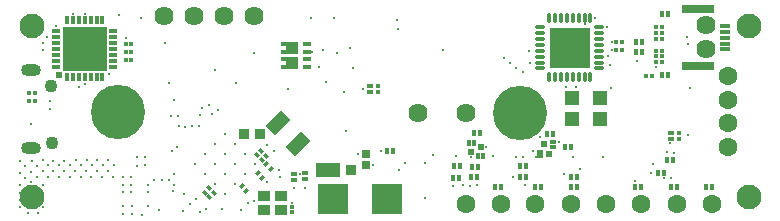
<source format=gbs>
%FSTAX23Y23*%
%MOIN*%
%SFA1B1*%

%IPPOS*%
%AMD160*
4,1,4,-0.001300,0.011100,-0.011100,0.001300,0.001300,-0.011100,0.011100,-0.001300,-0.001300,0.011100,0.0*
%
%AMD181*
4,1,4,-0.011100,-0.001300,-0.001300,-0.011100,0.011100,0.001300,0.001300,0.011100,-0.011100,-0.001300,0.0*
%
%AMD182*
4,1,4,-0.041700,-0.011200,-0.011200,-0.041700,0.041700,0.011200,0.011200,0.041700,-0.041700,-0.011200,0.0*
%
%ADD19C,0.007900*%
%ADD66C,0.023600*%
%ADD133R,0.011800X0.019700*%
%ADD134R,0.023600X0.023600*%
%ADD135C,0.043300*%
%ADD136R,0.082700X0.047200*%
%ADD137R,0.035400X0.035400*%
%ADD141R,0.015000X0.020900*%
%ADD142R,0.019700X0.011800*%
%ADD143R,0.023600X0.023600*%
%ADD147R,0.017700X0.013800*%
%ADD148R,0.020900X0.015000*%
%ADD159R,0.013800X0.017700*%
G04~CAMADD=160~9~0.0~0.0~138.0~177.0~0.0~0.0~0~0.0~0.0~0.0~0.0~0~0.0~0.0~0.0~0.0~0~0.0~0.0~0.0~45.0~222.0~221.0*
%ADD160D160*%
%ADD166C,0.063000*%
%ADD167C,0.063900*%
%ADD168O,0.066900X0.039400*%
%ADD169C,0.082700*%
%ADD170C,0.181100*%
%ADD171C,0.013000*%
%ADD172R,0.051200X0.047200*%
%ADD173R,0.033500X0.035400*%
%ADD174R,0.027600X0.013800*%
%ADD175R,0.013800X0.027600*%
%ADD176R,0.145700X0.145700*%
%ADD177R,0.021100X0.021100*%
%ADD178R,0.035400X0.017700*%
%ADD179R,0.106300X0.027600*%
%ADD180R,0.102400X0.102400*%
G04~CAMADD=181~9~0.0~0.0~138.0~177.0~0.0~0.0~0~0.0~0.0~0.0~0.0~0~0.0~0.0~0.0~0.0~0~0.0~0.0~0.0~135.0~222.0~221.0*
%ADD181D181*%
G04~CAMADD=182~9~0.0~0.0~433.0~748.0~0.0~0.0~0~0.0~0.0~0.0~0.0~0~0.0~0.0~0.0~0.0~0~0.0~0.0~0.0~135.0~834.0~833.0*
%ADD182D182*%
%ADD183R,0.041300X0.037400*%
%ADD184R,0.133900X0.133900*%
%ADD185O,0.035400X0.013800*%
%ADD186O,0.013800X0.035400*%
%ADD187R,0.025600X0.027600*%
%ADD188R,0.031500X0.015700*%
%ADD189R,0.043300X0.041200*%
%ADD190R,0.043300X0.041100*%
%LNvapeix_mini_pcb-1*%
%LPD*%
G54D19*
X0282Y03065D03*
X02235Y03573D03*
X02275D03*
X02255Y03593D03*
Y03554D03*
X02582Y03032D03*
X02504Y03037D03*
X02077Y03324D03*
X02141Y03374D03*
X0214Y03399D03*
X02144Y0345D03*
X02821Y03558D03*
X02161Y03649D03*
X02216Y03689D03*
X02255D03*
X02335Y03488D03*
X02635Y03317D03*
X02613Y03317D03*
X02569Y03315D03*
X02591Y03314D03*
X02564Y03247D03*
X02548Y03232D03*
X02236Y03447D03*
X02255Y03457D03*
X02778Y03037D03*
X02799Y03058D03*
X02908Y03146D03*
X02862Y03128D03*
X02903Y03168D03*
X02972Y03157D03*
X02945Y03061D03*
X02954Y03109D03*
X02991D03*
X03009Y03676D03*
X03086D03*
X03149Y03509D03*
X0306Y03462D03*
X04009Y03444D03*
X04274D03*
X03984Y03345D03*
X03894Y03446D03*
X04013Y03596D03*
X04012Y03569D03*
X04151Y03188D03*
X04209Y03144D03*
X04185Y03142D03*
X04268Y03287D03*
X04205Y03258D03*
X03996Y03646D03*
X03882Y03213D03*
X03724Y03118D03*
X03751Y03232D03*
X03774Y03281D03*
X03838Y03264D03*
X03982Y03213D03*
X03594Y03247D03*
X04089Y03134D03*
X03923Y03656D03*
X03739Y03527D03*
X03956Y03675D03*
X04006Y03521D03*
X03897Y03344D03*
X03485Y03183D03*
X03544Y03213D03*
X03682Y03145D03*
X04142Y03159D03*
X03391Y03192D03*
X03304Y03169D03*
X03242Y03233D03*
X03218Y03185D03*
X03068Y03169D03*
X03165Y03224D03*
X02625Y03072D03*
X02607Y03055D03*
X02906Y03037D03*
X02852Y03082D03*
X02661Y0304D03*
X02641Y0303D03*
X02712Y03039D03*
X02932Y03438D03*
X03121Y0343D03*
X03324Y03192D03*
X02393Y0361D03*
X02554Y03402D03*
X02542Y03351D03*
X02669Y03386D03*
X02567Y03351D03*
X0269Y03502D03*
X02759Y03458D03*
X02681Y03355D03*
X02699Y03369D03*
X03693Y0351D03*
X03716Y03496D03*
X03735Y03567D03*
X03672Y03527D03*
X03653Y03544D03*
X02863Y03252D03*
X02885Y03234D03*
X02552Y03157D03*
X02538Y03137D03*
X02553Y0312D03*
X02551Y03098D03*
X02586Y0309D03*
X02131Y03613D03*
X02117Y03593D03*
X02443Y03676D03*
X02538Y03459D03*
X02384Y03095D03*
Y03121D03*
Y03146D03*
X02351D03*
X02314D03*
X02278D03*
X02242D03*
X02205D03*
X02169D03*
X02132D03*
X02384Y03022D03*
Y03048D03*
X02413D03*
X02411Y0312D03*
Y03095D03*
X02413Y03022D03*
X02118Y03094D03*
Y0312D03*
Y03047D03*
X02117Y03072D03*
X02151Y03165D03*
X02188D03*
X02224D03*
X02261D03*
X02297D03*
X02333D03*
X02207Y03186D03*
X02243D03*
X0228D03*
X02316D03*
X02352D03*
X02225Y03204D03*
X02262D03*
X02298D03*
X02334D03*
X02133Y03186D03*
X0217D03*
X02116Y03165D03*
Y03202D03*
X02188Y032D03*
X02151D03*
X02468Y03048D03*
X02446Y03021D03*
X02467Y03095D03*
Y03118D03*
X02079Y032D03*
X02076Y03162D03*
X02096Y03184D03*
X02095Y03145D03*
X02039Y03198D03*
Y03161D03*
X02056Y03182D03*
X02055Y03142D03*
X02066Y03027D03*
X02099D03*
X0204Y0307D03*
X02041Y03045D03*
Y03118D03*
Y03092D03*
X02077Y03129D03*
X02514Y03136D03*
X02487Y03137D03*
X0241Y03147D03*
X03415Y03218D03*
X04196Y03229D03*
X04219Y03226D03*
X04097Y03534D03*
X03861Y03447D03*
X03907Y03172D03*
X03618Y03215D03*
X0264Y03353D03*
X02647Y03375D03*
X03182Y03438D03*
X033Y03639D03*
X03037Y03514D03*
X03096Y0356D03*
X03295Y03669D03*
X02371Y03687D03*
X02945Y03576D03*
X03449Y03571D03*
X03493Y03215D03*
X03014Y03563D03*
X03049Y03569D03*
X03141Y03576D03*
X0376Y03213D03*
X03718Y03214D03*
X02118Y03571D03*
X03922Y03472D03*
X02457Y03185D03*
X02431Y03184D03*
X02457Y03212D03*
X02431Y03212D03*
X03694Y03214D03*
X02522Y03592D03*
X03389Y03077D03*
X03852Y03155D03*
X0354Y03117D03*
X03518Y03118D03*
X03484Y03117D03*
X03563Y03118D03*
X03125Y03301D03*
X04265Y0359D03*
X04161Y03514D03*
X04264Y03612D03*
X0416Y03627D03*
X04Y03548D03*
G54D66*
X03655Y0341D03*
X03637Y03363D03*
X03657Y03313D03*
X03707Y03291D03*
X03754Y03312D03*
X03775Y03363D03*
X03755Y0341D03*
X03707Y03431D03*
X02369Y03433D03*
X02417Y03412D03*
X02437Y03365D03*
X02416Y03314D03*
X02369Y03293D03*
X02319Y03315D03*
X02299Y03365D03*
X02317Y03412D03*
G54D133*
X03584Y03216D03*
X03568D03*
X03537Y03259D03*
X03553D03*
G54D134*
X03576Y03247D03*
X03544Y0323D03*
G54D135*
X02144Y0345D03*
X02145Y03258D03*
G54D136*
X03068Y03169D03*
G54D137*
X03142Y03169D03*
G54D141*
X03548Y03179D03*
X03568D03*
X04198Y03203D03*
X04218D03*
X04185Y03159D03*
X04165D03*
X04345Y03112D03*
X04325D03*
X04229D03*
X04209D03*
X04109D03*
X04089D03*
X03552Y03294D03*
X03572D03*
X03284Y03233D03*
X03264D03*
X04112Y03597D03*
X04092D03*
X04201Y03485D03*
X04181D03*
X04201Y0369D03*
X04181D03*
X04112Y03564D03*
X04092D03*
X03485Y03183D03*
X03505D03*
X03726D03*
X03706D03*
X03875Y03147D03*
X03895D03*
X03563Y03145D03*
X03543D03*
X03483Y03144D03*
X03503D03*
X03725Y03147D03*
X03705D03*
X03643Y03112D03*
X03623D03*
X03875D03*
X03895D03*
X03757D03*
X03777D03*
X03798Y0329D03*
X03818D03*
X03856Y03247D03*
X03876D03*
G54D142*
X03772Y03215D03*
Y03231D03*
X03815Y03263D03*
Y03247D03*
G54D143*
X03803Y03223D03*
X03786Y03255D03*
G54D147*
X03233Y03429D03*
Y03448D03*
X04236Y03274D03*
Y03293D03*
X02945Y03028D03*
Y03047D03*
G54D148*
X03206Y03449D03*
Y03429D03*
X04209Y03294D03*
Y03274D03*
X02954Y03137D03*
Y03157D03*
X02991Y03138D03*
Y03158D03*
G54D159*
X0207Y03399D03*
X02089D03*
X0207Y03426D03*
X02089D03*
X02411Y03588D03*
X02392D03*
X02411Y03563D03*
X02392D03*
X02411Y03536D03*
X02392D03*
X04046Y03596D03*
X04027D03*
X0418Y03566D03*
X04161D03*
X0418Y03548D03*
X04161D03*
X04179Y03607D03*
X0416D03*
X04179Y03627D03*
X0416D03*
X04179Y03647D03*
X0416D03*
X04046Y03569D03*
X04027D03*
X0418Y03529D03*
X04161D03*
X04145Y03483D03*
X04126D03*
G54D160*
X02671Y0308D03*
X02685Y03094D03*
X02656D03*
X0267Y03108D03*
X02845Y03203D03*
X02859Y03217D03*
X0283Y03219D03*
X02844Y03233D03*
G54D166*
X03875Y03057D03*
X03644D03*
X03757D03*
X03993D03*
X04345D03*
X04109D03*
X04229D03*
X03528D03*
X04399Y03404D03*
Y03483D03*
Y03325D03*
Y03246D03*
G54D167*
X04326Y03652D03*
Y03573D03*
X03368Y0336D03*
X03525D03*
X02521Y03682D03*
X02621D03*
X02821D03*
X02721D03*
X03081Y0307D03*
X03264Y03072D03*
G54D168*
X02075Y03243D03*
Y03503D03*
G54D169*
X0208Y0365D03*
Y0308D03*
X0447Y03078D03*
Y03648D03*
G54D170*
X02368Y03363D03*
X03707Y0336D03*
G54D171*
X02656Y03223D03*
Y03156D03*
X02689Y0319D03*
X02622D03*
X02823D03*
X02789Y03156D03*
X02756Y03123D03*
X02723Y03089D03*
X02789Y03223D03*
X02756Y0319D03*
X02723Y03156D03*
X02689Y03123D03*
X02756Y03256D03*
X02723Y03223D03*
Y0329D03*
X02689Y03256D03*
X0392Y03577D03*
Y03624D03*
X03873Y03529D03*
Y03577D03*
Y03624D03*
X03825Y03529D03*
Y03577D03*
Y03624D03*
X03918Y0353D03*
G54D172*
X03973Y0334D03*
Y03411D03*
X03879Y0334D03*
Y03411D03*
G54D173*
X02786Y03288D03*
X02839D03*
G54D174*
X02161Y03514D03*
Y03534D03*
Y03554D03*
Y03573D03*
Y03593D03*
Y03613D03*
Y03632D03*
X0235D03*
Y03613D03*
Y03593D03*
Y03573D03*
Y03554D03*
Y03534D03*
Y03514D03*
G54D175*
X02196Y03668D03*
X02216D03*
X02235D03*
X02255D03*
X02275D03*
X02295D03*
X02314D03*
Y03479D03*
X02295D03*
X02275D03*
X02255D03*
X02235D03*
X02216D03*
X02196D03*
G54D176*
X02255Y03573D03*
G54D177*
X02169Y03487D03*
G54D178*
X04391Y0365D03*
Y03572D03*
Y03591D03*
Y03611D03*
Y03631D03*
G54D179*
X043Y03516D03*
Y03706D03*
G54D180*
X03082Y03074D03*
X03264Y03072D03*
G54D181*
X02834Y03158D03*
X02848Y03144D03*
X02794Y03101D03*
X0278Y03115D03*
X02875Y03174D03*
X02861Y03188D03*
G54D182*
X02899Y03326D03*
X02968Y03257D03*
G54D183*
X02852Y03037D03*
Y03082D03*
X02909D03*
Y03037D03*
G54D184*
X03873Y03577D03*
G54D185*
X03774Y03645D03*
Y03626D03*
Y03606D03*
Y03586D03*
Y03567D03*
Y03547D03*
Y03527D03*
Y03508D03*
X03971D03*
Y03527D03*
Y03547D03*
Y03567D03*
Y03586D03*
Y03606D03*
Y03626D03*
Y03645D03*
G54D186*
X03804Y03478D03*
X03823D03*
X03843D03*
X03863D03*
X03882D03*
X03902D03*
X03922D03*
X03941D03*
Y03675D03*
X03922D03*
X03902D03*
X03882D03*
X03863D03*
X03843D03*
X03823D03*
X03804D03*
G54D187*
X03193Y03185D03*
Y03224D03*
G54D188*
X02923Y03589D03*
Y03563D03*
Y03512D03*
Y03538D03*
X02996D03*
Y03512D03*
Y03563D03*
Y03589D03*
G54D189*
X02945Y03576D03*
G54D190*
X02945Y03525D03*
M02*
</source>
